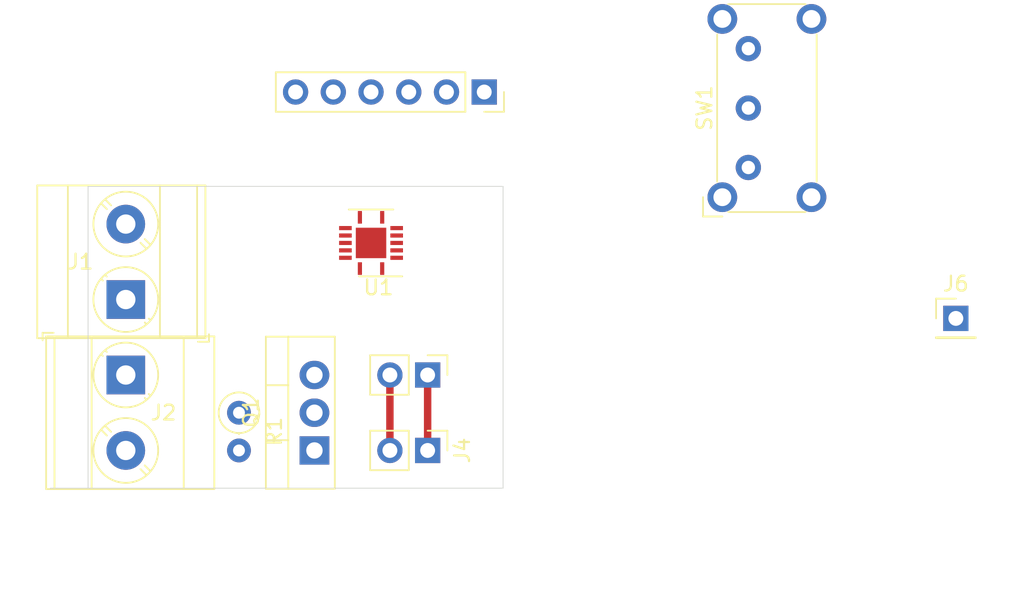
<source format=kicad_pcb>
(kicad_pcb (version 20171130) (host pcbnew "(5.1.5)-3")

  (general
    (thickness 1.6)
    (drawings 4)
    (tracks 2)
    (zones 0)
    (modules 10)
    (nets 10)
  )

  (page A4)
  (layers
    (0 F.Cu signal)
    (31 B.Cu signal)
    (32 B.Adhes user)
    (33 F.Adhes user)
    (34 B.Paste user)
    (35 F.Paste user)
    (36 B.SilkS user)
    (37 F.SilkS user)
    (38 B.Mask user)
    (39 F.Mask user)
    (40 Dwgs.User user)
    (41 Cmts.User user)
    (42 Eco1.User user)
    (43 Eco2.User user)
    (44 Edge.Cuts user)
    (45 Margin user)
    (46 B.CrtYd user)
    (47 F.CrtYd user)
    (48 B.Fab user)
    (49 F.Fab user)
  )

  (setup
    (last_trace_width 0.5)
    (trace_clearance 0.2)
    (zone_clearance 0.508)
    (zone_45_only no)
    (trace_min 0.2)
    (via_size 0.8)
    (via_drill 0.4)
    (via_min_size 0.4)
    (via_min_drill 0.3)
    (uvia_size 0.3)
    (uvia_drill 0.1)
    (uvias_allowed no)
    (uvia_min_size 0.2)
    (uvia_min_drill 0.1)
    (edge_width 0.05)
    (segment_width 0.2)
    (pcb_text_width 0.3)
    (pcb_text_size 1.5 1.5)
    (mod_edge_width 0.12)
    (mod_text_size 1 1)
    (mod_text_width 0.15)
    (pad_size 1.524 1.524)
    (pad_drill 0.762)
    (pad_to_mask_clearance 0.051)
    (solder_mask_min_width 0.25)
    (aux_axis_origin 0 0)
    (visible_elements 7FFFFFFF)
    (pcbplotparams
      (layerselection 0x010fc_ffffffff)
      (usegerberextensions false)
      (usegerberattributes false)
      (usegerberadvancedattributes false)
      (creategerberjobfile false)
      (excludeedgelayer true)
      (linewidth 0.100000)
      (plotframeref false)
      (viasonmask false)
      (mode 1)
      (useauxorigin false)
      (hpglpennumber 1)
      (hpglpenspeed 20)
      (hpglpendiameter 15.000000)
      (psnegative false)
      (psa4output false)
      (plotreference true)
      (plotvalue true)
      (plotinvisibletext false)
      (padsonsilk false)
      (subtractmaskfromsilk false)
      (outputformat 1)
      (mirror false)
      (drillshape 1)
      (scaleselection 1)
      (outputdirectory ""))
  )

  (net 0 "")
  (net 1 +5V)
  (net 2 GND)
  (net 3 +5VP)
  (net 4 SDA)
  (net 5 SCL)
  (net 6 SQW)
  (net 7 SDA5)
  (net 8 SCL5)
  (net 9 +3V3)

  (net_class Default "Dies ist die voreingestellte Netzklasse."
    (clearance 0.2)
    (trace_width 0.5)
    (via_dia 0.8)
    (via_drill 0.4)
    (uvia_dia 0.3)
    (uvia_drill 0.1)
    (add_net +3V3)
    (add_net +5V)
    (add_net +5VP)
    (add_net GND)
    (add_net SCL)
    (add_net SCL5)
    (add_net SDA)
    (add_net SDA5)
    (add_net SQW)
  )

  (module Package_DFN_QFN:Texas_S-PVQFN-N14 (layer F.Cu) (tedit 5A0AA2C1) (tstamp 5EC01E1F)
    (at 133.35 74.93 180)
    (descr "Texas_S-PVQFN-N14  http://www.ti.com/lit/ds/symlink/txb0104.pdf")
    (tags Texas_S-PVQFN-N14_4.3x4.3_Pitch0.5mm_ThermalPad)
    (path /5EB99C2E)
    (attr smd)
    (fp_text reference U1 (at -0.5 -3) (layer F.SilkS)
      (effects (font (size 1 1) (thickness 0.15)))
    )
    (fp_text value TXB0104RGY (at 0 3.25) (layer F.Fab)
      (effects (font (size 1 1) (thickness 0.15)))
    )
    (fp_line (start 1.75 -1.75) (end 1.75 1.75) (layer F.Fab) (width 0.1))
    (fp_line (start -1.25 -1.75) (end 1.75 -1.75) (layer F.Fab) (width 0.1))
    (fp_line (start -1.75 1.75) (end -1.75 -1.25) (layer F.Fab) (width 0.1))
    (fp_line (start 1.75 1.75) (end -1.75 1.75) (layer F.Fab) (width 0.1))
    (fp_line (start -1.25 -1.75) (end -1.75 -1.25) (layer F.Fab) (width 0.1))
    (fp_line (start 2.4 -2.4) (end 2.4 2.4) (layer F.CrtYd) (width 0.05))
    (fp_line (start -2.4 -2.4) (end 2.4 -2.4) (layer F.CrtYd) (width 0.05))
    (fp_line (start -2.4 2.4) (end -2.4 -2.4) (layer F.CrtYd) (width 0.05))
    (fp_line (start 2.4 2.4) (end -2.4 2.4) (layer F.CrtYd) (width 0.05))
    (fp_line (start 0.8 -2.25) (end -2.1 -2.25) (layer F.SilkS) (width 0.12))
    (fp_line (start -1.5 2.25) (end 1.5 2.25) (layer F.SilkS) (width 0.12))
    (fp_text user %R (at 0 0 270) (layer F.Fab)
      (effects (font (size 0.8 0.8) (thickness 0.08)))
    )
    (pad 15 smd rect (at 0 0 90) (size 2.05 2.05) (layers F.Cu F.Mask)
      (net 2 GND))
    (pad "" smd rect (at 0.56 -0.56 90) (size 0.82 0.82) (layers F.Paste))
    (pad "" smd rect (at -0.56 -0.56 90) (size 0.82 0.82) (layers F.Paste))
    (pad "" smd rect (at -0.56 0.56 90) (size 0.82 0.82) (layers F.Paste))
    (pad "" smd rect (at 0.56 0.56 90) (size 0.82 0.82) (layers F.Paste))
    (pad 14 smd rect (at 0.75 -1.725 90) (size 0.85 0.28) (layers F.Cu F.Paste F.Mask)
      (net 3 +5VP))
    (pad 13 smd rect (at 1.725 -1 90) (size 0.28 0.85) (layers F.Cu F.Paste F.Mask)
      (net 8 SCL5))
    (pad 12 smd rect (at 1.725 -0.5 90) (size 0.28 0.85) (layers F.Cu F.Paste F.Mask)
      (net 7 SDA5))
    (pad 11 smd rect (at 1.725 0 90) (size 0.28 0.85) (layers F.Cu F.Paste F.Mask))
    (pad 10 smd rect (at 1.725 0.5 90) (size 0.28 0.85) (layers F.Cu F.Paste F.Mask))
    (pad 9 smd rect (at 1.725 1 90) (size 0.28 0.85) (layers F.Cu F.Paste F.Mask))
    (pad 8 smd rect (at 0.75 1.725 90) (size 0.85 0.28) (layers F.Cu F.Paste F.Mask))
    (pad 7 smd rect (at -0.75 1.725 90) (size 0.85 0.28) (layers F.Cu F.Paste F.Mask)
      (net 2 GND))
    (pad 6 smd rect (at -1.725 1 90) (size 0.28 0.85) (layers F.Cu F.Paste F.Mask))
    (pad 5 smd rect (at -1.725 0.5 90) (size 0.28 0.85) (layers F.Cu F.Paste F.Mask))
    (pad 4 smd rect (at -1.725 0 90) (size 0.28 0.85) (layers F.Cu F.Paste F.Mask))
    (pad 3 smd rect (at -1.725 -0.5 90) (size 0.28 0.85) (layers F.Cu F.Paste F.Mask)
      (net 4 SDA))
    (pad 2 smd rect (at -1.725 -1 90) (size 0.28 0.85) (layers F.Cu F.Paste F.Mask)
      (net 5 SCL))
    (pad 1 smd rect (at -0.75 -1.725 90) (size 0.85 0.28) (layers F.Cu F.Paste F.Mask)
      (net 9 +3V3))
    (model ${KISYS3DMOD}/Package_DFN_QFN.3dshapes/Texas_S-PVQFN-N14.wrl
      (at (xyz 0 0 0))
      (scale (xyz 1 1 1))
      (rotate (xyz 0 0 0))
    )
  )

  (module Button_Switch_THT:SW_E-Switch_EG1224_SPDT_Angled (layer F.Cu) (tedit 5A02FE31) (tstamp 5EC01D1B)
    (at 158.75 69.85 90)
    (descr "E-Switch slide switch, EG series, SPDT, right angle, http://spec_sheets.e-switch.com/specs/P040042.pdf")
    (tags "switch SPDT")
    (path /5EC03B8D)
    (fp_text reference SW1 (at 4 -2.95 90) (layer F.SilkS)
      (effects (font (size 1 1) (thickness 0.15)))
    )
    (fp_text value SW_Push_SPDT (at 4 14.45 90) (layer F.Fab)
      (effects (font (size 1 1) (thickness 0.15)))
    )
    (fp_line (start -1.9 -2) (end 10.9 -2) (layer F.Fab) (width 0.1))
    (fp_line (start 10.9 -2) (end 10.9 4.5) (layer F.Fab) (width 0.1))
    (fp_line (start 10.9 4.5) (end -2.9 4.5) (layer F.Fab) (width 0.1))
    (fp_line (start -2.9 4.5) (end -2.9 -1) (layer F.Fab) (width 0.1))
    (fp_line (start 4.5 4.5) (end 4.5 13.5) (layer F.Fab) (width 0.1))
    (fp_line (start 4.5 13.5) (end -0.5 13.5) (layer F.Fab) (width 0.1))
    (fp_line (start -0.5 13.5) (end -0.5 4.5) (layer F.Fab) (width 0.1))
    (fp_text user %R (at 4 1.25 90) (layer F.Fab)
      (effects (font (size 1 1) (thickness 0.1)))
    )
    (fp_line (start 11 -1.35) (end 11 3.85) (layer F.SilkS) (width 0.12))
    (fp_line (start -3 3.85) (end -3 -1.35) (layer F.SilkS) (width 0.12))
    (fp_line (start -0.95 -2.1) (end 8.95 -2.1) (layer F.SilkS) (width 0.12))
    (fp_line (start 8.95 4.6) (end -0.95 4.6) (layer F.SilkS) (width 0.12))
    (fp_line (start -3.25 -3) (end 11.25 -3) (layer F.CrtYd) (width 0.05))
    (fp_line (start 11.25 -3) (end 11.25 5.5) (layer F.CrtYd) (width 0.05))
    (fp_line (start 11.25 5.5) (end 8.75 5.5) (layer F.CrtYd) (width 0.05))
    (fp_line (start 8.75 5.5) (end 8.75 13.75) (layer F.CrtYd) (width 0.05))
    (fp_line (start 8.75 13.75) (end -0.75 13.75) (layer F.CrtYd) (width 0.05))
    (fp_line (start -0.75 13.75) (end -0.75 5.5) (layer F.CrtYd) (width 0.05))
    (fp_line (start -0.75 5.5) (end -3.25 5.5) (layer F.CrtYd) (width 0.05))
    (fp_line (start -3.25 5.5) (end -3.25 -3) (layer F.CrtYd) (width 0.05))
    (fp_line (start -1.9 -2) (end -2.9 -1) (layer F.Fab) (width 0.1))
    (fp_line (start -3.3 -1.75) (end -3.3 -3.05) (layer F.SilkS) (width 0.12))
    (fp_line (start -3.3 -3.05) (end -2 -3.05) (layer F.SilkS) (width 0.12))
    (pad 3 thru_hole circle (at 8 0 90) (size 1.7 1.7) (drill 0.9) (layers *.Cu *.Mask))
    (pad 2 thru_hole circle (at 4 0 90) (size 1.7 1.7) (drill 0.9) (layers *.Cu *.Mask)
      (net 6 SQW))
    (pad 1 thru_hole circle (at 0 0 90) (size 1.7 1.7) (drill 0.9) (layers *.Cu *.Mask)
      (net 2 GND))
    (pad "" thru_hole circle (at -2 4.25 90) (size 2 2) (drill 1.2) (layers *.Cu *.Mask))
    (pad "" thru_hole circle (at 10 4.25 90) (size 2 2) (drill 1.2) (layers *.Cu *.Mask))
    (pad "" thru_hole circle (at 10 -1.75 90) (size 2 2) (drill 1.2) (layers *.Cu *.Mask))
    (pad "" thru_hole circle (at -2 -1.75 90) (size 2 2) (drill 1.2) (layers *.Cu *.Mask))
    (model ${KISYS3DMOD}/Button_Switch_THT.3dshapes/SW_E-Switch_EG1224_SPDT_Angled.wrl
      (at (xyz 0 0 0))
      (scale (xyz 1 1 1))
      (rotate (xyz 0 0 0))
    )
  )

  (module Connector_PinHeader_2.54mm:PinHeader_1x01_P2.54mm_Vertical (layer F.Cu) (tedit 59FED5CC) (tstamp 5EC01CAB)
    (at 172.72 80.01)
    (descr "Through hole straight pin header, 1x01, 2.54mm pitch, single row")
    (tags "Through hole pin header THT 1x01 2.54mm single row")
    (path /5EBA435E)
    (fp_text reference J6 (at 0 -2.33) (layer F.SilkS)
      (effects (font (size 1 1) (thickness 0.15)))
    )
    (fp_text value "3.3V Supply" (at 0 2.33) (layer F.Fab)
      (effects (font (size 1 1) (thickness 0.15)))
    )
    (fp_text user %R (at 0 0 90) (layer F.Fab)
      (effects (font (size 1 1) (thickness 0.15)))
    )
    (fp_line (start 1.8 -1.8) (end -1.8 -1.8) (layer F.CrtYd) (width 0.05))
    (fp_line (start 1.8 1.8) (end 1.8 -1.8) (layer F.CrtYd) (width 0.05))
    (fp_line (start -1.8 1.8) (end 1.8 1.8) (layer F.CrtYd) (width 0.05))
    (fp_line (start -1.8 -1.8) (end -1.8 1.8) (layer F.CrtYd) (width 0.05))
    (fp_line (start -1.33 -1.33) (end 0 -1.33) (layer F.SilkS) (width 0.12))
    (fp_line (start -1.33 0) (end -1.33 -1.33) (layer F.SilkS) (width 0.12))
    (fp_line (start -1.33 1.27) (end 1.33 1.27) (layer F.SilkS) (width 0.12))
    (fp_line (start 1.33 1.27) (end 1.33 1.33) (layer F.SilkS) (width 0.12))
    (fp_line (start -1.33 1.27) (end -1.33 1.33) (layer F.SilkS) (width 0.12))
    (fp_line (start -1.33 1.33) (end 1.33 1.33) (layer F.SilkS) (width 0.12))
    (fp_line (start -1.27 -0.635) (end -0.635 -1.27) (layer F.Fab) (width 0.1))
    (fp_line (start -1.27 1.27) (end -1.27 -0.635) (layer F.Fab) (width 0.1))
    (fp_line (start 1.27 1.27) (end -1.27 1.27) (layer F.Fab) (width 0.1))
    (fp_line (start 1.27 -1.27) (end 1.27 1.27) (layer F.Fab) (width 0.1))
    (fp_line (start -0.635 -1.27) (end 1.27 -1.27) (layer F.Fab) (width 0.1))
    (pad 1 thru_hole rect (at 0 0) (size 1.7 1.7) (drill 1) (layers *.Cu *.Mask)
      (net 9 +3V3))
    (model ${KISYS3DMOD}/Connector_PinHeader_2.54mm.3dshapes/PinHeader_1x01_P2.54mm_Vertical.wrl
      (at (xyz 0 0 0))
      (scale (xyz 1 1 1))
      (rotate (xyz 0 0 0))
    )
  )

  (module Resistor_THT:R_Axial_DIN0207_L6.3mm_D2.5mm_P2.54mm_Vertical (layer F.Cu) (tedit 5AE5139B) (tstamp 5EB87361)
    (at 124.46 86.36 270)
    (descr "Resistor, Axial_DIN0207 series, Axial, Vertical, pin pitch=2.54mm, 0.25W = 1/4W, length*diameter=6.3*2.5mm^2, http://cdn-reichelt.de/documents/datenblatt/B400/1_4W%23YAG.pdf")
    (tags "Resistor Axial_DIN0207 series Axial Vertical pin pitch 2.54mm 0.25W = 1/4W length 6.3mm diameter 2.5mm")
    (path /5EB9FA29)
    (fp_text reference R1 (at 1.27 -2.37 90) (layer F.SilkS)
      (effects (font (size 1 1) (thickness 0.15)))
    )
    (fp_text value 100k (at 1.27 2.37 90) (layer F.Fab)
      (effects (font (size 1 1) (thickness 0.15)))
    )
    (fp_text user %R (at 1.27 -2.37 90) (layer F.Fab)
      (effects (font (size 1 1) (thickness 0.15)))
    )
    (fp_line (start 3.59 -1.5) (end -1.5 -1.5) (layer F.CrtYd) (width 0.05))
    (fp_line (start 3.59 1.5) (end 3.59 -1.5) (layer F.CrtYd) (width 0.05))
    (fp_line (start -1.5 1.5) (end 3.59 1.5) (layer F.CrtYd) (width 0.05))
    (fp_line (start -1.5 -1.5) (end -1.5 1.5) (layer F.CrtYd) (width 0.05))
    (fp_line (start 1.37 0) (end 1.44 0) (layer F.SilkS) (width 0.12))
    (fp_line (start 0 0) (end 2.54 0) (layer F.Fab) (width 0.1))
    (fp_circle (center 0 0) (end 1.37 0) (layer F.SilkS) (width 0.12))
    (fp_circle (center 0 0) (end 1.25 0) (layer F.Fab) (width 0.1))
    (pad 2 thru_hole oval (at 2.54 0 270) (size 1.6 1.6) (drill 0.8) (layers *.Cu *.Mask)
      (net 6 SQW))
    (pad 1 thru_hole circle (at 0 0 270) (size 1.6 1.6) (drill 0.8) (layers *.Cu *.Mask)
      (net 1 +5V))
    (model ${KISYS3DMOD}/Resistor_THT.3dshapes/R_Axial_DIN0207_L6.3mm_D2.5mm_P2.54mm_Vertical.wrl
      (at (xyz 0 0 0))
      (scale (xyz 1 1 1))
      (rotate (xyz 0 0 0))
    )
  )

  (module TerminalBlock_Phoenix:TerminalBlock_Phoenix_MKDS-3-2-5.08_1x02_P5.08mm_Horizontal (layer F.Cu) (tedit 5B294F11) (tstamp 5EB81B64)
    (at 116.84 83.82 270)
    (descr "Terminal Block Phoenix MKDS-3-2-5.08, 2 pins, pitch 5.08mm, size 10.2x11.2mm^2, drill diamater 1.3mm, pad diameter 2.6mm, see http://www.farnell.com/datasheets/2138224.pdf, script-generated using https://github.com/pointhi/kicad-footprint-generator/scripts/TerminalBlock_Phoenix")
    (tags "THT Terminal Block Phoenix MKDS-3-2-5.08 pitch 5.08mm size 10.2x11.2mm^2 drill 1.3mm pad 2.6mm")
    (path /5EB84C06)
    (fp_text reference J2 (at 2.54 -2.54 180) (layer F.SilkS)
      (effects (font (size 1 1) (thickness 0.15)))
    )
    (fp_text value "Power Out" (at 2.54 6.36 90) (layer F.Fab)
      (effects (font (size 1 1) (thickness 0.15)))
    )
    (fp_text user %R (at 2.54 3.1 90) (layer F.Fab)
      (effects (font (size 1 1) (thickness 0.15)))
    )
    (fp_line (start 8.13 -6.4) (end -3.04 -6.4) (layer F.CrtYd) (width 0.05))
    (fp_line (start 8.13 5.8) (end 8.13 -6.4) (layer F.CrtYd) (width 0.05))
    (fp_line (start -3.04 5.8) (end 8.13 5.8) (layer F.CrtYd) (width 0.05))
    (fp_line (start -3.04 -6.4) (end -3.04 5.8) (layer F.CrtYd) (width 0.05))
    (fp_line (start -2.84 5.6) (end -2.34 5.6) (layer F.SilkS) (width 0.12))
    (fp_line (start -2.84 4.86) (end -2.84 5.6) (layer F.SilkS) (width 0.12))
    (fp_line (start 3.822 0.992) (end 3.427 1.388) (layer F.SilkS) (width 0.12))
    (fp_line (start 6.468 -1.654) (end 6.088 -1.274) (layer F.SilkS) (width 0.12))
    (fp_line (start 4.073 1.274) (end 3.693 1.654) (layer F.SilkS) (width 0.12))
    (fp_line (start 6.734 -1.388) (end 6.339 -0.992) (layer F.SilkS) (width 0.12))
    (fp_line (start 6.353 -1.517) (end 3.564 1.273) (layer F.Fab) (width 0.1))
    (fp_line (start 6.597 -1.273) (end 3.808 1.517) (layer F.Fab) (width 0.1))
    (fp_line (start -1.548 1.281) (end -1.654 1.388) (layer F.SilkS) (width 0.12))
    (fp_line (start 1.388 -1.654) (end 1.281 -1.547) (layer F.SilkS) (width 0.12))
    (fp_line (start -1.282 1.547) (end -1.388 1.654) (layer F.SilkS) (width 0.12))
    (fp_line (start 1.654 -1.388) (end 1.547 -1.281) (layer F.SilkS) (width 0.12))
    (fp_line (start 1.273 -1.517) (end -1.517 1.273) (layer F.Fab) (width 0.1))
    (fp_line (start 1.517 -1.273) (end -1.273 1.517) (layer F.Fab) (width 0.1))
    (fp_line (start 7.68 -5.96) (end 7.68 5.36) (layer F.SilkS) (width 0.12))
    (fp_line (start -2.6 -5.96) (end -2.6 5.36) (layer F.SilkS) (width 0.12))
    (fp_line (start -2.6 5.36) (end 7.68 5.36) (layer F.SilkS) (width 0.12))
    (fp_line (start -2.6 -5.96) (end 7.68 -5.96) (layer F.SilkS) (width 0.12))
    (fp_line (start -2.6 -3.9) (end 7.68 -3.9) (layer F.SilkS) (width 0.12))
    (fp_line (start -2.54 -3.9) (end 7.62 -3.9) (layer F.Fab) (width 0.1))
    (fp_line (start -2.6 2.3) (end 7.68 2.3) (layer F.SilkS) (width 0.12))
    (fp_line (start -2.54 2.3) (end 7.62 2.3) (layer F.Fab) (width 0.1))
    (fp_line (start -2.6 4.8) (end 7.68 4.8) (layer F.SilkS) (width 0.12))
    (fp_line (start -2.54 4.8) (end 7.62 4.8) (layer F.Fab) (width 0.1))
    (fp_line (start -2.54 4.8) (end -2.54 -5.9) (layer F.Fab) (width 0.1))
    (fp_line (start -2.04 5.3) (end -2.54 4.8) (layer F.Fab) (width 0.1))
    (fp_line (start 7.62 5.3) (end -2.04 5.3) (layer F.Fab) (width 0.1))
    (fp_line (start 7.62 -5.9) (end 7.62 5.3) (layer F.Fab) (width 0.1))
    (fp_line (start -2.54 -5.9) (end 7.62 -5.9) (layer F.Fab) (width 0.1))
    (fp_circle (center 5.08 0) (end 7.26 0) (layer F.SilkS) (width 0.12))
    (fp_circle (center 5.08 0) (end 7.08 0) (layer F.Fab) (width 0.1))
    (fp_circle (center 0 0) (end 2.18 0) (layer F.SilkS) (width 0.12))
    (fp_circle (center 0 0) (end 2 0) (layer F.Fab) (width 0.1))
    (pad 2 thru_hole circle (at 5.08 0 270) (size 2.6 2.6) (drill 1.3) (layers *.Cu *.Mask)
      (net 3 +5VP))
    (pad 1 thru_hole rect (at 0 0 270) (size 2.6 2.6) (drill 1.3) (layers *.Cu *.Mask)
      (net 2 GND))
    (model ${KISYS3DMOD}/TerminalBlock_Phoenix.3dshapes/TerminalBlock_Phoenix_MKDS-3-2-5.08_1x02_P5.08mm_Horizontal.wrl
      (at (xyz 0 0 0))
      (scale (xyz 1 1 1))
      (rotate (xyz 0 0 0))
    )
  )

  (module Connector_PinHeader_2.54mm:PinHeader_1x02_P2.54mm_Vertical (layer F.Cu) (tedit 59FED5CC) (tstamp 5EB83217)
    (at 137.16 88.9 270)
    (descr "Through hole straight pin header, 1x02, 2.54mm pitch, single row")
    (tags "Through hole pin header THT 1x02 2.54mm single row")
    (path /5EB83BDF)
    (fp_text reference J4 (at 0 -2.33 90) (layer F.SilkS)
      (effects (font (size 1 1) (thickness 0.15)))
    )
    (fp_text value "I2C Terminal 2" (at 7.62 0 180) (layer F.Fab)
      (effects (font (size 1 1) (thickness 0.15)))
    )
    (fp_text user %R (at 0 1.27) (layer F.Fab)
      (effects (font (size 1 1) (thickness 0.15)))
    )
    (fp_line (start 1.8 -1.8) (end -1.8 -1.8) (layer F.CrtYd) (width 0.05))
    (fp_line (start 1.8 4.35) (end 1.8 -1.8) (layer F.CrtYd) (width 0.05))
    (fp_line (start -1.8 4.35) (end 1.8 4.35) (layer F.CrtYd) (width 0.05))
    (fp_line (start -1.8 -1.8) (end -1.8 4.35) (layer F.CrtYd) (width 0.05))
    (fp_line (start -1.33 -1.33) (end 0 -1.33) (layer F.SilkS) (width 0.12))
    (fp_line (start -1.33 0) (end -1.33 -1.33) (layer F.SilkS) (width 0.12))
    (fp_line (start -1.33 1.27) (end 1.33 1.27) (layer F.SilkS) (width 0.12))
    (fp_line (start 1.33 1.27) (end 1.33 3.87) (layer F.SilkS) (width 0.12))
    (fp_line (start -1.33 1.27) (end -1.33 3.87) (layer F.SilkS) (width 0.12))
    (fp_line (start -1.33 3.87) (end 1.33 3.87) (layer F.SilkS) (width 0.12))
    (fp_line (start -1.27 -0.635) (end -0.635 -1.27) (layer F.Fab) (width 0.1))
    (fp_line (start -1.27 3.81) (end -1.27 -0.635) (layer F.Fab) (width 0.1))
    (fp_line (start 1.27 3.81) (end -1.27 3.81) (layer F.Fab) (width 0.1))
    (fp_line (start 1.27 -1.27) (end 1.27 3.81) (layer F.Fab) (width 0.1))
    (fp_line (start -0.635 -1.27) (end 1.27 -1.27) (layer F.Fab) (width 0.1))
    (pad 2 thru_hole oval (at 0 2.54 270) (size 1.7 1.7) (drill 1) (layers *.Cu *.Mask)
      (net 4 SDA))
    (pad 1 thru_hole rect (at 0 0 270) (size 1.7 1.7) (drill 1) (layers *.Cu *.Mask)
      (net 5 SCL))
    (model ${KISYS3DMOD}/Connector_PinHeader_2.54mm.3dshapes/PinHeader_1x02_P2.54mm_Vertical.wrl
      (at (xyz 0 0 0))
      (scale (xyz 1 1 1))
      (rotate (xyz 0 0 0))
    )
  )

  (module Package_TO_SOT_THT:TO-220-3_Vertical (layer F.Cu) (tedit 5AC8BA0D) (tstamp 5EB84182)
    (at 129.54 88.9 90)
    (descr "TO-220-3, Vertical, RM 2.54mm, see https://www.vishay.com/docs/66542/to-220-1.pdf")
    (tags "TO-220-3 Vertical RM 2.54mm")
    (path /5EB6FB41)
    (fp_text reference Q1 (at 2.54 -4.27 90) (layer F.SilkS)
      (effects (font (size 1 1) (thickness 0.15)))
    )
    (fp_text value Q_PMOS_GDS (at -10.16 0 180) (layer F.Fab)
      (effects (font (size 1 1) (thickness 0.15)))
    )
    (fp_text user %R (at 2.54 -4.27 90) (layer F.Fab)
      (effects (font (size 1 1) (thickness 0.15)))
    )
    (fp_line (start 7.79 -3.4) (end -2.71 -3.4) (layer F.CrtYd) (width 0.05))
    (fp_line (start 7.79 1.51) (end 7.79 -3.4) (layer F.CrtYd) (width 0.05))
    (fp_line (start -2.71 1.51) (end 7.79 1.51) (layer F.CrtYd) (width 0.05))
    (fp_line (start -2.71 -3.4) (end -2.71 1.51) (layer F.CrtYd) (width 0.05))
    (fp_line (start 4.391 -3.27) (end 4.391 -1.76) (layer F.SilkS) (width 0.12))
    (fp_line (start 0.69 -3.27) (end 0.69 -1.76) (layer F.SilkS) (width 0.12))
    (fp_line (start -2.58 -1.76) (end 7.66 -1.76) (layer F.SilkS) (width 0.12))
    (fp_line (start 7.66 -3.27) (end 7.66 1.371) (layer F.SilkS) (width 0.12))
    (fp_line (start -2.58 -3.27) (end -2.58 1.371) (layer F.SilkS) (width 0.12))
    (fp_line (start -2.58 1.371) (end 7.66 1.371) (layer F.SilkS) (width 0.12))
    (fp_line (start -2.58 -3.27) (end 7.66 -3.27) (layer F.SilkS) (width 0.12))
    (fp_line (start 4.39 -3.15) (end 4.39 -1.88) (layer F.Fab) (width 0.1))
    (fp_line (start 0.69 -3.15) (end 0.69 -1.88) (layer F.Fab) (width 0.1))
    (fp_line (start -2.46 -1.88) (end 7.54 -1.88) (layer F.Fab) (width 0.1))
    (fp_line (start 7.54 -3.15) (end -2.46 -3.15) (layer F.Fab) (width 0.1))
    (fp_line (start 7.54 1.25) (end 7.54 -3.15) (layer F.Fab) (width 0.1))
    (fp_line (start -2.46 1.25) (end 7.54 1.25) (layer F.Fab) (width 0.1))
    (fp_line (start -2.46 -3.15) (end -2.46 1.25) (layer F.Fab) (width 0.1))
    (pad 3 thru_hole oval (at 5.08 0 90) (size 1.905 2) (drill 1.1) (layers *.Cu *.Mask)
      (net 1 +5V))
    (pad 2 thru_hole oval (at 2.54 0 90) (size 1.905 2) (drill 1.1) (layers *.Cu *.Mask)
      (net 3 +5VP))
    (pad 1 thru_hole rect (at 0 0 90) (size 1.905 2) (drill 1.1) (layers *.Cu *.Mask)
      (net 6 SQW))
    (model ${KISYS3DMOD}/Package_TO_SOT_THT.3dshapes/TO-220-3_Vertical.wrl
      (at (xyz 0 0 0))
      (scale (xyz 1 1 1))
      (rotate (xyz 0 0 0))
    )
  )

  (module Connector_PinSocket_2.54mm:PinSocket_1x06_P2.54mm_Vertical (layer F.Cu) (tedit 5A19A430) (tstamp 5EB8432E)
    (at 140.97 64.77 270)
    (descr "Through hole straight socket strip, 1x06, 2.54mm pitch, single row (from Kicad 4.0.7), script generated")
    (tags "Through hole socket strip THT 1x06 2.54mm single row")
    (path /5EB717E6)
    (fp_text reference J5 (at -5.08 10.16 180) (layer F.SilkS) hide
      (effects (font (size 1 1) (thickness 0.15)))
    )
    (fp_text value "DS3231 Breakout" (at -2.54 5.08 180) (layer F.Fab)
      (effects (font (size 1 1) (thickness 0.15)))
    )
    (fp_text user %R (at 0 6.35) (layer F.Fab)
      (effects (font (size 1 1) (thickness 0.15)))
    )
    (fp_line (start -1.8 14.45) (end -1.8 -1.8) (layer F.CrtYd) (width 0.05))
    (fp_line (start 1.75 14.45) (end -1.8 14.45) (layer F.CrtYd) (width 0.05))
    (fp_line (start 1.75 -1.8) (end 1.75 14.45) (layer F.CrtYd) (width 0.05))
    (fp_line (start -1.8 -1.8) (end 1.75 -1.8) (layer F.CrtYd) (width 0.05))
    (fp_line (start 0 -1.33) (end 1.33 -1.33) (layer F.SilkS) (width 0.12))
    (fp_line (start 1.33 -1.33) (end 1.33 0) (layer F.SilkS) (width 0.12))
    (fp_line (start 1.33 1.27) (end 1.33 14.03) (layer F.SilkS) (width 0.12))
    (fp_line (start -1.33 14.03) (end 1.33 14.03) (layer F.SilkS) (width 0.12))
    (fp_line (start -1.33 1.27) (end -1.33 14.03) (layer F.SilkS) (width 0.12))
    (fp_line (start -1.33 1.27) (end 1.33 1.27) (layer F.SilkS) (width 0.12))
    (fp_line (start -1.27 13.97) (end -1.27 -1.27) (layer F.Fab) (width 0.1))
    (fp_line (start 1.27 13.97) (end -1.27 13.97) (layer F.Fab) (width 0.1))
    (fp_line (start 1.27 -0.635) (end 1.27 13.97) (layer F.Fab) (width 0.1))
    (fp_line (start 0.635 -1.27) (end 1.27 -0.635) (layer F.Fab) (width 0.1))
    (fp_line (start -1.27 -1.27) (end 0.635 -1.27) (layer F.Fab) (width 0.1))
    (pad 6 thru_hole oval (at 0 12.7 270) (size 1.7 1.7) (drill 1) (layers *.Cu *.Mask)
      (net 2 GND))
    (pad 5 thru_hole oval (at 0 10.16 270) (size 1.7 1.7) (drill 1) (layers *.Cu *.Mask)
      (net 1 +5V))
    (pad 4 thru_hole oval (at 0 7.62 270) (size 1.7 1.7) (drill 1) (layers *.Cu *.Mask)
      (net 7 SDA5))
    (pad 3 thru_hole oval (at 0 5.08 270) (size 1.7 1.7) (drill 1) (layers *.Cu *.Mask)
      (net 8 SCL5))
    (pad 2 thru_hole oval (at 0 2.54 270) (size 1.7 1.7) (drill 1) (layers *.Cu *.Mask)
      (net 6 SQW))
    (pad 1 thru_hole rect (at 0 0 270) (size 1.7 1.7) (drill 1) (layers *.Cu *.Mask))
    (model ${KISYS3DMOD}/Connector_PinSocket_2.54mm.3dshapes/PinSocket_1x06_P2.54mm_Vertical.wrl
      (at (xyz 0 0 0))
      (scale (xyz 1 1 1))
      (rotate (xyz 0 0 0))
    )
  )

  (module TerminalBlock_Phoenix:TerminalBlock_Phoenix_MKDS-3-2-5.08_1x02_P5.08mm_Horizontal (layer F.Cu) (tedit 5B294F11) (tstamp 5EB81B06)
    (at 116.84 78.74 90)
    (descr "Terminal Block Phoenix MKDS-3-2-5.08, 2 pins, pitch 5.08mm, size 10.2x11.2mm^2, drill diamater 1.3mm, pad diameter 2.6mm, see http://www.farnell.com/datasheets/2138224.pdf, script-generated using https://github.com/pointhi/kicad-footprint-generator/scripts/TerminalBlock_Phoenix")
    (tags "THT Terminal Block Phoenix MKDS-3-2-5.08 pitch 5.08mm size 10.2x11.2mm^2 drill 1.3mm pad 2.6mm")
    (path /5EB7C528)
    (fp_text reference J1 (at 2.54 -3.048 180) (layer F.SilkS)
      (effects (font (size 1 1) (thickness 0.15)))
    )
    (fp_text value "Power In" (at 2.54 -7.62 90) (layer F.Fab)
      (effects (font (size 1 1) (thickness 0.15)))
    )
    (fp_text user %R (at 2.54 3.1 90) (layer F.Fab)
      (effects (font (size 1 1) (thickness 0.15)))
    )
    (fp_line (start 8.13 -6.4) (end -3.04 -6.4) (layer F.CrtYd) (width 0.05))
    (fp_line (start 8.13 5.8) (end 8.13 -6.4) (layer F.CrtYd) (width 0.05))
    (fp_line (start -3.04 5.8) (end 8.13 5.8) (layer F.CrtYd) (width 0.05))
    (fp_line (start -3.04 -6.4) (end -3.04 5.8) (layer F.CrtYd) (width 0.05))
    (fp_line (start -2.84 5.6) (end -2.34 5.6) (layer F.SilkS) (width 0.12))
    (fp_line (start -2.84 4.86) (end -2.84 5.6) (layer F.SilkS) (width 0.12))
    (fp_line (start 3.822 0.992) (end 3.427 1.388) (layer F.SilkS) (width 0.12))
    (fp_line (start 6.468 -1.654) (end 6.088 -1.274) (layer F.SilkS) (width 0.12))
    (fp_line (start 4.073 1.274) (end 3.693 1.654) (layer F.SilkS) (width 0.12))
    (fp_line (start 6.734 -1.388) (end 6.339 -0.992) (layer F.SilkS) (width 0.12))
    (fp_line (start 6.353 -1.517) (end 3.564 1.273) (layer F.Fab) (width 0.1))
    (fp_line (start 6.597 -1.273) (end 3.808 1.517) (layer F.Fab) (width 0.1))
    (fp_line (start -1.548 1.281) (end -1.654 1.388) (layer F.SilkS) (width 0.12))
    (fp_line (start 1.388 -1.654) (end 1.281 -1.547) (layer F.SilkS) (width 0.12))
    (fp_line (start -1.282 1.547) (end -1.388 1.654) (layer F.SilkS) (width 0.12))
    (fp_line (start 1.654 -1.388) (end 1.547 -1.281) (layer F.SilkS) (width 0.12))
    (fp_line (start 1.273 -1.517) (end -1.517 1.273) (layer F.Fab) (width 0.1))
    (fp_line (start 1.517 -1.273) (end -1.273 1.517) (layer F.Fab) (width 0.1))
    (fp_line (start 7.68 -5.96) (end 7.68 5.36) (layer F.SilkS) (width 0.12))
    (fp_line (start -2.6 -5.96) (end -2.6 5.36) (layer F.SilkS) (width 0.12))
    (fp_line (start -2.6 5.36) (end 7.68 5.36) (layer F.SilkS) (width 0.12))
    (fp_line (start -2.6 -5.96) (end 7.68 -5.96) (layer F.SilkS) (width 0.12))
    (fp_line (start -2.6 -3.9) (end 7.68 -3.9) (layer F.SilkS) (width 0.12))
    (fp_line (start -2.54 -3.9) (end 7.62 -3.9) (layer F.Fab) (width 0.1))
    (fp_line (start -2.6 2.3) (end 7.68 2.3) (layer F.SilkS) (width 0.12))
    (fp_line (start -2.54 2.3) (end 7.62 2.3) (layer F.Fab) (width 0.1))
    (fp_line (start -2.6 4.8) (end 7.68 4.8) (layer F.SilkS) (width 0.12))
    (fp_line (start -2.54 4.8) (end 7.62 4.8) (layer F.Fab) (width 0.1))
    (fp_line (start -2.54 4.8) (end -2.54 -5.9) (layer F.Fab) (width 0.1))
    (fp_line (start -2.04 5.3) (end -2.54 4.8) (layer F.Fab) (width 0.1))
    (fp_line (start 7.62 5.3) (end -2.04 5.3) (layer F.Fab) (width 0.1))
    (fp_line (start 7.62 -5.9) (end 7.62 5.3) (layer F.Fab) (width 0.1))
    (fp_line (start -2.54 -5.9) (end 7.62 -5.9) (layer F.Fab) (width 0.1))
    (fp_circle (center 5.08 0) (end 7.26 0) (layer F.SilkS) (width 0.12))
    (fp_circle (center 5.08 0) (end 7.08 0) (layer F.Fab) (width 0.1))
    (fp_circle (center 0 0) (end 2.18 0) (layer F.SilkS) (width 0.12))
    (fp_circle (center 0 0) (end 2 0) (layer F.Fab) (width 0.1))
    (pad 2 thru_hole circle (at 5.08 0 90) (size 2.6 2.6) (drill 1.3) (layers *.Cu *.Mask)
      (net 1 +5V))
    (pad 1 thru_hole rect (at 0 0 90) (size 2.6 2.6) (drill 1.3) (layers *.Cu *.Mask)
      (net 2 GND))
    (model ${KISYS3DMOD}/TerminalBlock_Phoenix.3dshapes/TerminalBlock_Phoenix_MKDS-3-2-5.08_1x02_P5.08mm_Horizontal.wrl
      (at (xyz 0 0 0))
      (scale (xyz 1 1 1))
      (rotate (xyz 0 0 0))
    )
  )

  (module Connector_PinHeader_2.54mm:PinHeader_1x02_P2.54mm_Vertical (layer F.Cu) (tedit 59FED5CC) (tstamp 5EB81BCC)
    (at 137.16 83.82 270)
    (descr "Through hole straight pin header, 1x02, 2.54mm pitch, single row")
    (tags "Through hole pin header THT 1x02 2.54mm single row")
    (path /5EB817DB)
    (fp_text reference J3 (at 0 -2.33 90) (layer F.SilkS) hide
      (effects (font (size 1 1) (thickness 0.15)))
    )
    (fp_text value "I2C Terminal 1" (at 10.16 0 180) (layer F.Fab)
      (effects (font (size 1 1) (thickness 0.15)))
    )
    (fp_text user %R (at 2.54 -7.62) (layer F.Fab)
      (effects (font (size 1 1) (thickness 0.15)))
    )
    (fp_line (start 1.8 -1.8) (end -1.8 -1.8) (layer F.CrtYd) (width 0.05))
    (fp_line (start 1.8 4.35) (end 1.8 -1.8) (layer F.CrtYd) (width 0.05))
    (fp_line (start -1.8 4.35) (end 1.8 4.35) (layer F.CrtYd) (width 0.05))
    (fp_line (start -1.8 -1.8) (end -1.8 4.35) (layer F.CrtYd) (width 0.05))
    (fp_line (start -1.33 -1.33) (end 0 -1.33) (layer F.SilkS) (width 0.12))
    (fp_line (start -1.33 0) (end -1.33 -1.33) (layer F.SilkS) (width 0.12))
    (fp_line (start -1.33 1.27) (end 1.33 1.27) (layer F.SilkS) (width 0.12))
    (fp_line (start 1.33 1.27) (end 1.33 3.87) (layer F.SilkS) (width 0.12))
    (fp_line (start -1.33 1.27) (end -1.33 3.87) (layer F.SilkS) (width 0.12))
    (fp_line (start -1.33 3.87) (end 1.33 3.87) (layer F.SilkS) (width 0.12))
    (fp_line (start -1.27 -0.635) (end -0.635 -1.27) (layer F.Fab) (width 0.1))
    (fp_line (start -1.27 3.81) (end -1.27 -0.635) (layer F.Fab) (width 0.1))
    (fp_line (start 1.27 3.81) (end -1.27 3.81) (layer F.Fab) (width 0.1))
    (fp_line (start 1.27 -1.27) (end 1.27 3.81) (layer F.Fab) (width 0.1))
    (fp_line (start -0.635 -1.27) (end 1.27 -1.27) (layer F.Fab) (width 0.1))
    (pad 2 thru_hole oval (at 0 2.54 270) (size 1.7 1.7) (drill 1) (layers *.Cu *.Mask)
      (net 4 SDA))
    (pad 1 thru_hole rect (at 0 0 270) (size 1.7 1.7) (drill 1) (layers *.Cu *.Mask)
      (net 5 SCL))
    (model ${KISYS3DMOD}/Connector_PinHeader_2.54mm.3dshapes/PinHeader_1x02_P2.54mm_Vertical.wrl
      (at (xyz 0 0 0))
      (scale (xyz 1 1 1))
      (rotate (xyz 0 0 0))
    )
  )

  (gr_line (start 114.3 91.44) (end 114.3 71.12) (layer Edge.Cuts) (width 0.05) (tstamp 5EB869BF))
  (gr_line (start 142.24 91.44) (end 111.76 91.44) (layer Edge.Cuts) (width 0.05))
  (gr_line (start 142.24 71.12) (end 142.24 91.44) (layer Edge.Cuts) (width 0.05))
  (gr_line (start 114.3 71.12) (end 142.24 71.12) (layer Edge.Cuts) (width 0.05))

  (segment (start 134.62 88.9) (end 134.62 83.82) (width 0.5) (layer F.Cu) (net 4))
  (segment (start 137.16 88.9) (end 137.16 83.82) (width 0.5) (layer F.Cu) (net 5))

)

</source>
